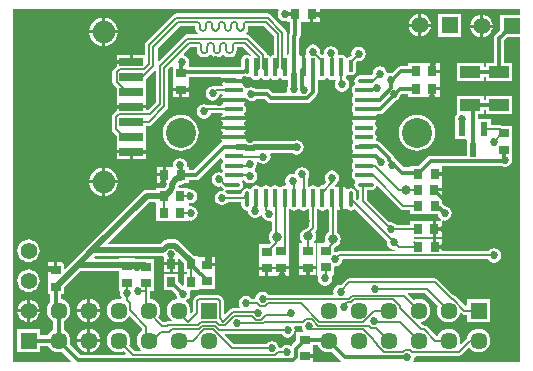
<source format=gtl>
%FSLAX25Y25*%
%MOIN*%
G70*
G01*
G75*
G04 Layer_Physical_Order=1*
G04 Layer_Color=255*
%ADD10C,0.00800*%
%ADD11O,0.01575X0.05331*%
%ADD12O,0.01575X0.06315*%
%ADD13O,0.01575X0.08874*%
%ADD14O,0.01575X0.04331*%
%ADD15O,0.05331X0.01575*%
%ADD16O,0.06315X0.01575*%
%ADD17R,0.02362X0.04724*%
%ADD18R,0.03347X0.03150*%
%ADD19R,0.03150X0.03347*%
%ADD20R,0.06890X0.03937*%
%ADD21R,0.02600X0.03300*%
%ADD22R,0.07874X0.02559*%
%ADD23C,0.00600*%
%ADD24C,0.01400*%
%ADD25C,0.02000*%
%ADD26C,0.10000*%
%ADD27C,0.05500*%
%ADD28R,0.05500X0.05500*%
%ADD29C,0.03300*%
%ADD30R,0.05500X0.05500*%
%ADD31R,0.05700X0.05700*%
%ADD32C,0.05700*%
%ADD33C,0.07480*%
%ADD34C,0.02700*%
G36*
X71773Y101509D02*
Y95170D01*
X71529Y95122D01*
X70937Y94727D01*
X70901Y94672D01*
X70401D01*
X70365Y94727D01*
X69774Y95122D01*
X69627Y95151D01*
Y95180D01*
X69519Y95726D01*
X69395Y95912D01*
X69209Y96189D01*
X69209Y96189D01*
X63789Y101609D01*
X63326Y101919D01*
X62780Y102027D01*
X62780Y102027D01*
X62607D01*
X62455Y102527D01*
X62496Y102554D01*
X63014Y103330D01*
X63196Y104245D01*
X63177D01*
Y104773D01*
X68509D01*
X71773Y101509D01*
D02*
G37*
G36*
X153874Y108550D02*
X147250D01*
Y103618D01*
X146526Y102894D01*
X146526Y102894D01*
X145643Y102011D01*
X145267Y101448D01*
X145135Y100785D01*
Y92480D01*
X142424D01*
Y91245D01*
X141713D01*
Y92480D01*
X132824D01*
Y86543D01*
X141713D01*
Y87779D01*
X142424D01*
Y86543D01*
X151313D01*
Y92480D01*
X148602D01*
Y100067D01*
X148978Y100443D01*
X148978Y100443D01*
X149585Y101050D01*
X153874D01*
Y-7174D01*
X118538D01*
X118302Y-6733D01*
X118514Y-6417D01*
X118696Y-5500D01*
X118688Y-5462D01*
X119006Y-5076D01*
X133450D01*
X133957Y-4975D01*
X134387Y-4687D01*
X136584Y-2490D01*
X137083Y-2523D01*
X137254Y-2746D01*
X138058Y-3363D01*
X138995Y-3751D01*
X140000Y-3883D01*
X141005Y-3751D01*
X141942Y-3363D01*
X142746Y-2746D01*
X143363Y-1942D01*
X143751Y-1005D01*
X143883Y0D01*
X143751Y1005D01*
X143363Y1942D01*
X142746Y2746D01*
X141942Y3363D01*
X141005Y3751D01*
X140000Y3883D01*
X138995Y3751D01*
X138058Y3363D01*
X137254Y2746D01*
X136637Y1942D01*
X136249Y1005D01*
X136237Y911D01*
X134235Y-1091D01*
X133772Y-847D01*
X133883Y0D01*
X133751Y1005D01*
X133363Y1942D01*
X132746Y2746D01*
X131942Y3363D01*
X131005Y3751D01*
X130000Y3883D01*
X128995Y3751D01*
X128058Y3363D01*
X127254Y2746D01*
X126637Y1942D01*
X126488Y1582D01*
X125920Y1500D01*
X122732Y4687D01*
X122302Y4975D01*
X121795Y5076D01*
X121496D01*
X120801Y5770D01*
X120962Y6243D01*
X121005Y6249D01*
X121942Y6637D01*
X122746Y7254D01*
X123363Y8058D01*
X123751Y8995D01*
X123883Y10000D01*
X123751Y11005D01*
X123363Y11942D01*
X122746Y12746D01*
X121942Y13363D01*
X121005Y13751D01*
X120000Y13883D01*
X118995Y13751D01*
X118379Y13496D01*
X116462Y15413D01*
X116653Y15875D01*
X122251D01*
X126504Y11621D01*
X126249Y11005D01*
X126117Y10000D01*
X126249Y8995D01*
X126637Y8058D01*
X127254Y7254D01*
X128058Y6637D01*
X128995Y6249D01*
X130000Y6117D01*
X131005Y6249D01*
X131942Y6637D01*
X132746Y7254D01*
X133363Y8058D01*
X133751Y8995D01*
X133757Y9038D01*
X134230Y9199D01*
X134366Y9063D01*
X134796Y8775D01*
X135303Y8675D01*
X136150D01*
Y6150D01*
X143850D01*
Y13850D01*
X136150D01*
Y11735D01*
X135650Y11528D01*
X132491Y14687D01*
X132061Y14975D01*
X131610Y15064D01*
X126287Y20387D01*
X125857Y20675D01*
X125350Y20775D01*
X96950D01*
X96443Y20675D01*
X96013Y20387D01*
X94268Y18643D01*
X94000Y18696D01*
X93083Y18514D01*
X92306Y17994D01*
X91786Y17217D01*
X91604Y16300D01*
X91718Y15725D01*
X91336Y15225D01*
X69941D01*
X69694Y15594D01*
X68917Y16114D01*
X68000Y16296D01*
X67083Y16114D01*
X66306Y15594D01*
X65786Y14817D01*
X65604Y13900D01*
X65543Y13826D01*
X64341D01*
X64094Y14194D01*
X63317Y14714D01*
X62400Y14896D01*
X61483Y14714D01*
X60706Y14194D01*
X60186Y13417D01*
X60004Y12500D01*
X60186Y11583D01*
X60392Y11276D01*
X60125Y10775D01*
X58071D01*
X57564Y10675D01*
X57134Y10387D01*
X55537Y8791D01*
X55076Y8982D01*
Y13223D01*
X54975Y13730D01*
X54687Y14160D01*
X54160Y14687D01*
X53730Y14975D01*
X53223Y15076D01*
X46777D01*
X46270Y14975D01*
X45840Y14687D01*
X45313Y14160D01*
X45025Y13730D01*
X44925Y13223D01*
Y9899D01*
X44291Y9265D01*
X43817Y9499D01*
X43883Y10000D01*
X43751Y11005D01*
X43363Y11942D01*
X42746Y12746D01*
X42564Y12886D01*
X42656Y13445D01*
X43283Y13864D01*
X43803Y14642D01*
X43985Y15559D01*
X43818Y16398D01*
X44049Y16898D01*
X46396D01*
X46396Y16898D01*
X46396Y16898D01*
X46396Y16898D01*
X46804Y17119D01*
X52069D01*
Y22131D01*
X52069Y22269D01*
X52069Y22269D01*
Y22631D01*
X52069D01*
X52069Y22631D01*
Y24706D01*
X49396D01*
Y25206D01*
X48896D01*
Y27781D01*
X46723D01*
X46396Y28145D01*
Y28300D01*
X45056D01*
X40264Y33092D01*
X39602Y33534D01*
X38822Y33689D01*
X36378D01*
X35598Y33534D01*
X34936Y33092D01*
X33955Y32111D01*
X16804D01*
X16613Y32573D01*
X30301Y46261D01*
X32116D01*
X32469Y45907D01*
Y45732D01*
X32469Y45627D01*
X32469Y45627D01*
X32469D01*
X32569Y45273D01*
Y45273D01*
X32569Y44778D01*
Y39927D01*
X37581D01*
X37719Y39927D01*
X37900D01*
X38081D01*
X38219Y39927D01*
X43231D01*
Y39927D01*
X43457Y40112D01*
X44000Y40004D01*
X44917Y40186D01*
X45694Y40706D01*
X46214Y41483D01*
X46396Y42400D01*
X46214Y43317D01*
X45694Y44094D01*
X44917Y44614D01*
X44000Y44796D01*
X43617Y44720D01*
X43405Y44894D01*
X43379Y45475D01*
X43642Y45735D01*
X43800Y45704D01*
X44717Y45886D01*
X45494Y46406D01*
X46014Y47183D01*
X46196Y48100D01*
X46014Y49017D01*
X45494Y49794D01*
X44717Y50314D01*
X43800Y50496D01*
X43517Y50440D01*
X43131Y50757D01*
Y50973D01*
X40034D01*
X39891Y51473D01*
X39900Y51483D01*
X40113Y51801D01*
X40323Y52011D01*
X40794D01*
X41574Y52166D01*
X42205Y52587D01*
X43370D01*
Y53527D01*
X45861D01*
X46524Y53659D01*
X47086Y54035D01*
X53803Y60752D01*
X54362Y60604D01*
X54674Y60137D01*
X54728Y60101D01*
Y59601D01*
X54674Y59565D01*
X54278Y58974D01*
X54140Y58276D01*
X54278Y57579D01*
X54674Y56988D01*
X54728Y56952D01*
Y56452D01*
X54674Y56415D01*
X54347Y55927D01*
X53500Y56096D01*
X52583Y55914D01*
X51806Y55394D01*
X51286Y54617D01*
X51104Y53700D01*
X51286Y52783D01*
X51806Y52006D01*
X52583Y51486D01*
X53500Y51304D01*
X54102Y51424D01*
X54344Y51181D01*
X54674Y50688D01*
X55137Y50379D01*
X54941Y49908D01*
X54500Y49996D01*
X53583Y49814D01*
X52806Y49294D01*
X52286Y48517D01*
X52104Y47600D01*
X52286Y46683D01*
X52806Y45906D01*
X53583Y45386D01*
X54500Y45204D01*
X55417Y45386D01*
X56194Y45906D01*
X56441Y46275D01*
X60955D01*
Y45162D01*
X61093Y44465D01*
X61488Y43874D01*
X62080Y43479D01*
X62777Y43340D01*
X62801Y43345D01*
X63104Y43300D01*
X63286Y42383D01*
X63806Y41606D01*
X64583Y41086D01*
X65500Y40904D01*
X66417Y41086D01*
X67194Y41606D01*
X67347Y41834D01*
X67878Y41728D01*
X67936Y41433D01*
X68456Y40656D01*
X69233Y40136D01*
X70150Y39954D01*
X70574Y40038D01*
X71074Y39628D01*
Y36693D01*
X70810Y36490D01*
X70385Y35936D01*
X70118Y35292D01*
X70027Y34600D01*
X70118Y33908D01*
X70385Y33264D01*
X70710Y32840D01*
X70100Y32231D01*
X66727D01*
Y27219D01*
X66727Y27081D01*
Y26900D01*
Y26719D01*
X66727Y26581D01*
Y24644D01*
X69400D01*
Y24144D01*
X69900D01*
Y21569D01*
X72073D01*
Y21669D01*
X73800D01*
Y24244D01*
X74300D01*
Y24744D01*
X76973D01*
Y26681D01*
X76973Y26819D01*
Y27000D01*
Y27181D01*
X76973Y27319D01*
Y32331D01*
X76701D01*
Y43775D01*
X77201Y43927D01*
X77237Y43874D01*
X77828Y43479D01*
X78525Y43340D01*
X79223Y43479D01*
X79814Y43874D01*
X79850Y43928D01*
X80350D01*
X80386Y43874D01*
X80977Y43479D01*
X81675Y43340D01*
X82372Y43479D01*
X82964Y43874D01*
X82999Y43927D01*
X83499Y43775D01*
Y38149D01*
X82650Y37301D01*
X82508Y37282D01*
X81864Y37015D01*
X81310Y36590D01*
X80885Y36036D01*
X80618Y35392D01*
X80527Y34700D01*
X80618Y34008D01*
X80885Y33364D01*
X81217Y32931D01*
X81077Y32530D01*
X80996Y32431D01*
X80327D01*
Y27419D01*
X80327Y27281D01*
Y27100D01*
Y26919D01*
X80327Y26781D01*
Y24844D01*
X85673D01*
Y26781D01*
X85673Y26919D01*
Y27100D01*
Y27281D01*
X85673Y27419D01*
Y32431D01*
X85357D01*
X85183Y32931D01*
X85515Y33364D01*
X85782Y34008D01*
X85873Y34700D01*
X85782Y35392D01*
X85515Y36036D01*
X85350Y36251D01*
X85762Y36663D01*
X86049Y37093D01*
X86150Y37600D01*
Y43775D01*
X86650Y43927D01*
X86685Y43874D01*
X87277Y43479D01*
X87974Y43340D01*
X88671Y43479D01*
X89263Y43874D01*
X89763Y43894D01*
X90124Y43562D01*
Y36240D01*
X90064Y36215D01*
X89510Y35790D01*
X89085Y35236D01*
X88818Y34592D01*
X88727Y33900D01*
X88818Y33208D01*
X88892Y33031D01*
X88558Y32531D01*
X86327D01*
Y27381D01*
X86327D01*
Y27019D01*
X86327D01*
Y21869D01*
X86327Y21869D01*
X86327D01*
X86537Y21369D01*
X86404Y20700D01*
X86586Y19783D01*
X87106Y19006D01*
X87883Y18486D01*
X88800Y18304D01*
X89717Y18486D01*
X90494Y19006D01*
X91014Y19783D01*
X91196Y20700D01*
X91063Y21369D01*
X91401Y21869D01*
X91673D01*
Y24534D01*
X92060Y24852D01*
X92300Y24804D01*
X93217Y24986D01*
X93994Y25506D01*
X94514Y26283D01*
X94671Y27075D01*
X143259D01*
X143506Y26706D01*
X144283Y26186D01*
X145200Y26004D01*
X146117Y26186D01*
X146894Y26706D01*
X147414Y27483D01*
X147596Y28400D01*
X147414Y29317D01*
X146894Y30094D01*
X146117Y30614D01*
X145200Y30796D01*
X144283Y30614D01*
X143506Y30094D01*
X143259Y29726D01*
X127968D01*
Y30686D01*
X125393D01*
Y31186D01*
X124893D01*
Y33859D01*
X122818D01*
Y33859D01*
X122456D01*
Y33859D01*
X118972D01*
X118874Y33925D01*
X118431Y34013D01*
X118481Y34513D01*
X122218D01*
X122356Y34513D01*
X122537D01*
X122718D01*
X122856Y34513D01*
X124793D01*
Y37186D01*
Y39859D01*
X122856D01*
X122718Y39859D01*
X122537D01*
X122356D01*
X122218Y39859D01*
X117206D01*
Y38511D01*
X112583D01*
X112394Y38794D01*
X111617Y39314D01*
X110700Y39496D01*
X110265Y39410D01*
X102685Y46989D01*
Y50155D01*
X104238D01*
X104935Y50293D01*
X105526Y50688D01*
X105921Y51280D01*
X105938Y51364D01*
X106417Y51509D01*
X113963Y43963D01*
X114393Y43675D01*
X114900Y43575D01*
X117269D01*
Y42227D01*
X122281D01*
X122419Y42227D01*
X122600D01*
X122781D01*
X122919Y42227D01*
X126338D01*
X126486Y41483D01*
X127006Y40706D01*
X127524Y40359D01*
X127373Y39859D01*
X125793D01*
Y37686D01*
X127868D01*
Y39660D01*
X128273Y40089D01*
X128700Y40004D01*
X129617Y40186D01*
X130394Y40706D01*
X130914Y41483D01*
X131096Y42400D01*
X130914Y43317D01*
X130394Y44094D01*
X129617Y44614D01*
X128769Y44782D01*
X127931Y45621D01*
Y47168D01*
X127931Y47442D01*
Y47573D01*
X127831Y48032D01*
Y48073D01*
Y49800D01*
X125256D01*
Y50800D01*
X127831D01*
Y52927D01*
X127931D01*
Y55100D01*
X125356D01*
Y56100D01*
X127931D01*
Y58161D01*
X147771D01*
X147883Y58086D01*
X148800Y57904D01*
X149717Y58086D01*
X150494Y58606D01*
X151014Y59383D01*
X151196Y60300D01*
X151104Y60763D01*
X151273Y60969D01*
X151273D01*
Y66119D01*
X151273D01*
Y66481D01*
X151273D01*
Y71631D01*
X147875D01*
X147520Y71868D01*
X147013Y71969D01*
X144121D01*
Y74006D01*
X139933D01*
Y75520D01*
X141713D01*
Y76755D01*
X142424D01*
Y75520D01*
X151313D01*
Y81457D01*
X142424D01*
Y80221D01*
X141713D01*
Y81457D01*
X132824D01*
Y75606D01*
X132806Y75594D01*
X132286Y74817D01*
X132104Y73900D01*
X132279Y73021D01*
Y67281D01*
X135686D01*
X136019Y66919D01*
Y61628D01*
X124139D01*
X124139Y61628D01*
X123475Y61496D01*
X122913Y61120D01*
X120066Y58273D01*
X117269D01*
Y57872D01*
X117100Y57733D01*
X115062D01*
X113547Y59248D01*
X113514Y59417D01*
X112994Y60194D01*
X112217Y60714D01*
X112048Y60747D01*
X111955Y60840D01*
X111851Y61361D01*
X111476Y61923D01*
X107465Y65934D01*
X106903Y66309D01*
X106240Y66441D01*
X106060D01*
X105824Y66882D01*
X105921Y67028D01*
X106060Y67725D01*
X105921Y68423D01*
X105526Y69014D01*
X105472Y69050D01*
Y69550D01*
X105526Y69586D01*
X105921Y70177D01*
X106060Y70875D01*
X105921Y71572D01*
X105526Y72163D01*
X105472Y72200D01*
Y72700D01*
X105526Y72736D01*
X105921Y73327D01*
X105961Y73524D01*
X97775D01*
X97814Y73327D01*
X98209Y72736D01*
X98263Y72700D01*
Y72200D01*
X98209Y72163D01*
X97814Y71572D01*
X97675Y70875D01*
X97814Y70177D01*
X98209Y69586D01*
X98263Y69550D01*
Y69050D01*
X98209Y69014D01*
X97814Y68423D01*
X97675Y67725D01*
X97814Y67028D01*
X98209Y66436D01*
X98263Y66400D01*
Y65900D01*
X98209Y65864D01*
X97814Y65273D01*
X97675Y64576D01*
X97814Y63878D01*
X98209Y63287D01*
X98263Y63251D01*
Y62751D01*
X98209Y62715D01*
X97814Y62123D01*
X97775Y61926D01*
X101868D01*
Y60926D01*
X97775D01*
X97814Y60729D01*
X98209Y60137D01*
X98263Y60101D01*
Y59601D01*
X98209Y59565D01*
X97814Y58974D01*
X97675Y58276D01*
X97814Y57579D01*
X98209Y56988D01*
X98263Y56952D01*
Y56452D01*
X98209Y56415D01*
X97814Y55824D01*
X97675Y55127D01*
X97814Y54429D01*
X98209Y53838D01*
X98800Y53443D01*
X98951Y52903D01*
X98798Y52675D01*
X98659Y51977D01*
X98798Y51280D01*
X99193Y50688D01*
X99784Y50293D01*
X100034Y50244D01*
Y47111D01*
X99572Y46920D01*
X99245Y47247D01*
Y48918D01*
X99107Y49615D01*
X98712Y50207D01*
X98120Y50602D01*
X97423Y50740D01*
X96725Y50602D01*
X96497Y50449D01*
X95957Y50600D01*
X95562Y51191D01*
X94971Y51586D01*
X94773Y51625D01*
Y47532D01*
Y43439D01*
X94971Y43479D01*
X95542Y43860D01*
X95674Y43928D01*
X96098D01*
X96134Y43874D01*
X96725Y43479D01*
X97423Y43340D01*
X98120Y43479D01*
X98712Y43874D01*
X98856Y43888D01*
X109510Y33233D01*
X109404Y32700D01*
X109586Y31783D01*
X110106Y31006D01*
X110883Y30486D01*
X111800Y30304D01*
X112046Y30353D01*
X112162Y30226D01*
X111942Y29726D01*
X93500D01*
X92993Y29625D01*
X92801Y29496D01*
X92300Y29596D01*
X92060Y29548D01*
X91673Y29865D01*
Y30755D01*
X92339Y31421D01*
X92736Y31585D01*
X93290Y32010D01*
X93715Y32564D01*
X93982Y33208D01*
X94073Y33900D01*
X93982Y34592D01*
X93715Y35236D01*
X93290Y35790D01*
X92775Y36185D01*
Y43412D01*
X93275Y43679D01*
X93576Y43479D01*
X93773Y43439D01*
Y47532D01*
Y51625D01*
X93576Y51586D01*
X93005Y51205D01*
X92873Y51137D01*
X92524D01*
X92392Y51205D01*
X92230Y51313D01*
X92137Y51928D01*
X92345Y52239D01*
X92894Y52606D01*
X93414Y53383D01*
X93596Y54300D01*
X93414Y55217D01*
X92894Y55994D01*
X92117Y56514D01*
X91200Y56696D01*
X90283Y56514D01*
X89506Y55994D01*
X88986Y55217D01*
X88804Y54300D01*
X88986Y53383D01*
X89330Y52869D01*
X88150Y51690D01*
X87974Y51725D01*
X87277Y51586D01*
X86705Y51205D01*
X86573Y51137D01*
X86225D01*
X86093Y51205D01*
X85522Y51586D01*
X84824Y51725D01*
X84127Y51586D01*
X83536Y51191D01*
X83500Y51138D01*
X83000Y51290D01*
Y53864D01*
X83414Y54483D01*
X83596Y55400D01*
X83414Y56317D01*
X82894Y57094D01*
X82117Y57614D01*
X81200Y57796D01*
X80283Y57614D01*
X79506Y57094D01*
X78986Y56317D01*
X78811Y55435D01*
X78000Y55596D01*
X77083Y55414D01*
X76306Y54894D01*
X75786Y54117D01*
X75604Y53200D01*
X75786Y52283D01*
X75887Y52133D01*
X75586Y51683D01*
X75376Y51725D01*
X74678Y51586D01*
X74087Y51191D01*
X74051Y51137D01*
X73551D01*
X73515Y51191D01*
X72923Y51586D01*
X72226Y51725D01*
X71529Y51586D01*
X70957Y51204D01*
X70825Y51137D01*
X70477D01*
X70345Y51204D01*
X69774Y51586D01*
X69076Y51725D01*
X68379Y51586D01*
X67808Y51205D01*
X67676Y51137D01*
X67327D01*
X67195Y51205D01*
X66624Y51586D01*
X65927Y51725D01*
X65229Y51586D01*
X64638Y51191D01*
X64243Y50600D01*
X63703Y50449D01*
X63475Y50602D01*
X62777Y50740D01*
X62080Y50602D01*
X61488Y50207D01*
X61093Y49615D01*
X60956Y48926D01*
X56441D01*
X56194Y49294D01*
X55545Y49728D01*
X55740Y50199D01*
X55962Y50155D01*
X59718D01*
X60416Y50293D01*
X61007Y50688D01*
X61402Y51280D01*
X61541Y51977D01*
X61402Y52675D01*
X61249Y52903D01*
X61381Y53374D01*
X61462Y53485D01*
X61484Y53500D01*
X61975Y53402D01*
X62106Y53206D01*
X62883Y52686D01*
X63800Y52504D01*
X64717Y52686D01*
X65494Y53206D01*
X66014Y53983D01*
X66196Y54900D01*
X66014Y55817D01*
X65494Y56594D01*
X65361Y56683D01*
Y57183D01*
X65394Y57206D01*
X65914Y57983D01*
X66096Y58900D01*
X66012Y59325D01*
X66111Y59446D01*
X66606Y59606D01*
X67383Y59086D01*
X68300Y58904D01*
X69217Y59086D01*
X69994Y59606D01*
X70514Y60383D01*
X70696Y61300D01*
X70584Y61861D01*
X70973Y62361D01*
X78222D01*
X78483Y62186D01*
X79400Y62004D01*
X80317Y62186D01*
X81094Y62706D01*
X81614Y63483D01*
X81796Y64400D01*
X81614Y65317D01*
X81094Y66094D01*
X80317Y66614D01*
X79400Y66796D01*
X78483Y66614D01*
X78222Y66439D01*
X65072D01*
X64821Y66389D01*
X62779D01*
X62586Y66428D01*
X62368Y66729D01*
X62287Y66880D01*
X62386Y67028D01*
X62425Y67225D01*
X54239D01*
X54278Y67028D01*
X54507Y66686D01*
X54511Y66250D01*
X54360Y66075D01*
X53950Y65801D01*
X45143Y56994D01*
X43370D01*
Y57934D01*
X43225D01*
X42908Y58320D01*
X42935Y58461D01*
X42753Y59378D01*
X42234Y60155D01*
X41456Y60674D01*
X40539Y60857D01*
X39623Y60674D01*
X38845Y60155D01*
X38326Y59378D01*
X38143Y58461D01*
X38175Y58303D01*
X37738Y57934D01*
X35783D01*
Y55261D01*
X35283D01*
Y54761D01*
X32709D01*
Y52587D01*
X35406D01*
X35711Y52216D01*
Y51736D01*
X35497Y51416D01*
X35426Y51059D01*
X35340Y50973D01*
X32469D01*
Y50339D01*
X29456D01*
X28675Y50184D01*
X28014Y49742D01*
X9786Y31514D01*
X4958Y26686D01*
X2235Y23963D01*
X1773Y24154D01*
Y26031D01*
X-400D01*
Y23456D01*
X-900D01*
Y22956D01*
X-3573D01*
Y20881D01*
X-3573Y20881D01*
Y20881D01*
Y20519D01*
X-3573D01*
X-3573Y20381D01*
Y15369D01*
X-2733D01*
Y12755D01*
X-2746Y12746D01*
X-3363Y11942D01*
X-3751Y11005D01*
X-3883Y10000D01*
X-3751Y8995D01*
X-3363Y8058D01*
X-2746Y7254D01*
X-1942Y6637D01*
X-1733Y6551D01*
Y3449D01*
X-1942Y3363D01*
X-2746Y2746D01*
X-3363Y1942D01*
X-3449Y1733D01*
X-6250D01*
Y3750D01*
X-13750D01*
Y-3750D01*
X-6250D01*
Y-1733D01*
X-3449D01*
X-3363Y-1942D01*
X-2746Y-2746D01*
X-1942Y-3363D01*
X-1005Y-3751D01*
X0Y-3883D01*
X1005Y-3751D01*
X1213Y-3665D01*
X4261Y-6712D01*
X4070Y-7174D01*
X-15274D01*
Y110574D01*
X73162D01*
X73398Y110133D01*
X73186Y109817D01*
X73004Y108900D01*
X73186Y107983D01*
X73706Y107206D01*
X74483Y106686D01*
X75400Y106504D01*
X75869Y106597D01*
X76369Y106227D01*
Y106227D01*
X77211D01*
Y102493D01*
X76924Y102063D01*
X76792Y101400D01*
Y95490D01*
X76302Y95218D01*
X76027Y95381D01*
Y102680D01*
X76027Y102680D01*
X75919Y103226D01*
X75609Y103689D01*
X75609Y103689D01*
X70689Y108609D01*
X70226Y108919D01*
X69680Y109027D01*
X69680Y109027D01*
X39220D01*
X39220Y109027D01*
X38674Y108919D01*
X38488Y108795D01*
X38211Y108609D01*
X38211Y108609D01*
X29191Y99589D01*
X28881Y99126D01*
X28773Y98580D01*
X28773Y98580D01*
Y95179D01*
X24800D01*
Y92900D01*
X24300D01*
Y92400D01*
X19363D01*
Y91612D01*
X18354Y90603D01*
X18044Y90140D01*
X17936Y89594D01*
X17936Y89594D01*
Y86206D01*
X17936Y86206D01*
X18044Y85660D01*
X18354Y85197D01*
X19363Y84188D01*
Y80620D01*
X19363D01*
Y80180D01*
X19363D01*
Y78400D01*
X29237D01*
Y80180D01*
X29237D01*
Y80620D01*
X29237D01*
Y85120D01*
X29237Y85180D01*
X29237Y85180D01*
Y85620D01*
X29237D01*
X29237Y85620D01*
Y87218D01*
X30208Y88190D01*
X30240Y88211D01*
X31646Y89617D01*
X31646Y89617D01*
X31668Y89649D01*
X31911Y89892D01*
X32373Y89701D01*
Y79391D01*
X29809Y76827D01*
X29237D01*
Y77400D01*
X19363D01*
Y76545D01*
X19160Y76409D01*
X19160Y76409D01*
X18191Y75440D01*
X17881Y74977D01*
X17773Y74431D01*
X17773Y74431D01*
Y70400D01*
X17773Y70400D01*
X17881Y69854D01*
X18191Y69391D01*
X19363Y68218D01*
Y65680D01*
X19363Y65620D01*
Y65400D01*
Y65180D01*
X19363Y65121D01*
Y63400D01*
X29237D01*
Y65121D01*
X29237Y65180D01*
Y65400D01*
Y65620D01*
X29237Y65680D01*
Y70121D01*
X29237Y70179D01*
X29237Y70179D01*
Y70621D01*
X29237D01*
X29237Y70621D01*
Y71473D01*
X30000D01*
X30000Y71473D01*
X30546Y71581D01*
X31009Y71891D01*
X36209Y77091D01*
X36519Y77554D01*
X36627Y78100D01*
X36627Y78100D01*
Y90409D01*
X37527Y91308D01*
X38027Y91101D01*
Y86719D01*
X38027Y86581D01*
Y86400D01*
Y86219D01*
X38027Y86081D01*
Y84144D01*
X43373D01*
Y86081D01*
X43373Y86219D01*
Y86400D01*
Y86581D01*
X43373Y86719D01*
Y87862D01*
X54110D01*
X54346Y87421D01*
X54278Y87320D01*
X54239Y87123D01*
X61441D01*
X61402Y87320D01*
X61335Y87421D01*
X61570Y87862D01*
X61813D01*
X62288Y87957D01*
X62777Y87859D01*
X63475Y87998D01*
X63703Y88151D01*
X64243Y88000D01*
X64638Y87409D01*
X65229Y87014D01*
X65927Y86875D01*
X66624Y87014D01*
X67195Y87396D01*
X67327Y87463D01*
X67676D01*
X67808Y87396D01*
X68379Y87014D01*
X69076Y86875D01*
X69774Y87014D01*
X70365Y87409D01*
X70401Y87463D01*
X70901D01*
X70937Y87409D01*
X71529Y87014D01*
X72226Y86875D01*
X72923Y87014D01*
X73515Y87409D01*
X73551Y87463D01*
X74051D01*
X74087Y87409D01*
X74678Y87014D01*
X75376Y86875D01*
X75986Y86997D01*
X76486Y86734D01*
Y84916D01*
X76286Y84617D01*
X76104Y83700D01*
X76207Y83183D01*
X75797Y82683D01*
X71418D01*
X70776Y83326D01*
X70213Y83701D01*
X69550Y83833D01*
X65836D01*
X65117Y84314D01*
X64200Y84496D01*
X63283Y84314D01*
X62916Y84069D01*
X62386Y84171D01*
X61991Y84762D01*
X61400Y85157D01*
X61249Y85697D01*
X61402Y85925D01*
X61441Y86123D01*
X54239D01*
X54278Y85925D01*
X54674Y85334D01*
X54687Y85325D01*
X54535Y84825D01*
X52500D01*
X51993Y84725D01*
X51939Y84689D01*
X51400Y84796D01*
X50483Y84614D01*
X49706Y84094D01*
X49186Y83317D01*
X49004Y82400D01*
X49186Y81483D01*
X49706Y80706D01*
X50483Y80186D01*
X51400Y80004D01*
X52317Y80186D01*
X53094Y80706D01*
X53614Y81483D01*
X53751Y82174D01*
X54615D01*
X54661Y82106D01*
X54674Y81612D01*
X54278Y81021D01*
X54239Y80824D01*
X58332D01*
Y79824D01*
X54239D01*
X54278Y79626D01*
X54674Y79035D01*
X54423Y78601D01*
X54305Y78475D01*
X52765D01*
X52644Y78500D01*
X49588D01*
X49417Y78614D01*
X48500Y78796D01*
X47583Y78614D01*
X46806Y78094D01*
X46286Y77317D01*
X46104Y76400D01*
X46286Y75483D01*
X46806Y74706D01*
X47583Y74186D01*
X48500Y74004D01*
X49417Y74186D01*
X50194Y74706D01*
X50714Y75483D01*
X50786Y75849D01*
X52547D01*
X52668Y75824D01*
X54539D01*
X54691Y75324D01*
X54674Y75313D01*
X54278Y74722D01*
X54239Y74524D01*
X62425D01*
X62386Y74722D01*
X61991Y75313D01*
X61937Y75349D01*
Y75849D01*
X61991Y75885D01*
X62386Y76477D01*
X62525Y77174D01*
X62386Y77871D01*
X61991Y78463D01*
X61937Y78499D01*
Y78999D01*
X61991Y79035D01*
X62386Y79626D01*
X62431Y79854D01*
X62987Y80084D01*
X63283Y79886D01*
X64200Y79704D01*
X65117Y79886D01*
X65836Y80367D01*
X68832D01*
X69474Y79724D01*
X70037Y79349D01*
X70700Y79217D01*
X70700Y79217D01*
X82898D01*
X83561Y79349D01*
X84123Y79724D01*
X85926Y81527D01*
X86301Y82089D01*
X86433Y82752D01*
Y86976D01*
X86933Y87243D01*
X87277Y87014D01*
X87974Y86875D01*
X88671Y87014D01*
X89263Y87409D01*
X89299Y87463D01*
X89799D01*
X89835Y87409D01*
X90426Y87014D01*
X91124Y86875D01*
X91821Y87014D01*
X92073Y87182D01*
X92557Y87008D01*
X92619Y86815D01*
X92286Y86317D01*
X92104Y85400D01*
X92286Y84483D01*
X92806Y83706D01*
X93583Y83186D01*
X94500Y83004D01*
X95417Y83186D01*
X96194Y83706D01*
X96714Y84483D01*
X96896Y85400D01*
X96714Y86317D01*
X96194Y87094D01*
X95906Y87287D01*
X95808Y87778D01*
X95957Y88000D01*
X96029Y88362D01*
X96584Y88592D01*
X96725Y88498D01*
X97423Y88359D01*
X98120Y88498D01*
X98712Y88893D01*
X99107Y89485D01*
X99245Y90182D01*
Y92849D01*
X99617Y93180D01*
X100000Y93104D01*
X100917Y93286D01*
X101694Y93806D01*
X102214Y94583D01*
X102396Y95500D01*
X102214Y96417D01*
X101694Y97194D01*
X100917Y97714D01*
X100000Y97896D01*
X99083Y97714D01*
X98306Y97194D01*
X97786Y96417D01*
X97604Y95500D01*
X97677Y95133D01*
X97348Y94745D01*
X96725Y94621D01*
X96354Y94373D01*
X96122Y94234D01*
X95714Y94498D01*
X95562Y94727D01*
X94971Y95122D01*
X94273Y95260D01*
X93576Y95122D01*
X93570Y95118D01*
X93120Y95418D01*
X93196Y95800D01*
X93014Y96717D01*
X92494Y97494D01*
X91717Y98014D01*
X90800Y98196D01*
X89883Y98014D01*
X89106Y97494D01*
X88586Y96717D01*
X88404Y95800D01*
X88411Y95762D01*
X88054Y95346D01*
X87635Y95340D01*
X87110Y95865D01*
X87196Y96300D01*
X87014Y97217D01*
X86494Y97994D01*
X85717Y98514D01*
X84800Y98696D01*
X83883Y98514D01*
X83106Y97994D01*
X82586Y97217D01*
X82404Y96300D01*
X82552Y95557D01*
X82207Y95188D01*
X82175Y95172D01*
Y91068D01*
X81175D01*
Y95161D01*
X80977Y95122D01*
X80759Y94975D01*
X80259Y95243D01*
Y100726D01*
X80546Y101156D01*
X80677Y101819D01*
X80677Y101819D01*
Y106227D01*
X81519D01*
Y106227D01*
X81881D01*
Y106227D01*
X83956D01*
Y108900D01*
X84456D01*
Y109400D01*
X87031D01*
Y110574D01*
X153874D01*
Y108550D01*
D02*
G37*
G36*
X45623Y104245D02*
X45604D01*
X45786Y103330D01*
X46304Y102554D01*
X46345Y102527D01*
X46193Y102027D01*
X42820D01*
X42820Y102027D01*
X42274Y101919D01*
X42088Y101795D01*
X41811Y101609D01*
X41811Y101609D01*
X33489Y93288D01*
X33027Y93479D01*
Y97409D01*
X40391Y104773D01*
X45623D01*
Y104245D01*
D02*
G37*
G36*
X35300Y27738D02*
Y26150D01*
X39900D01*
Y27035D01*
X40362Y27226D01*
X41796Y25792D01*
Y23000D01*
X42771D01*
Y22198D01*
X41796D01*
Y18510D01*
X41296Y18303D01*
X39900Y19699D01*
Y22198D01*
X35300D01*
Y16898D01*
X37799D01*
X39207Y15490D01*
X39375Y14642D01*
X39629Y14263D01*
X39422Y13807D01*
X38995Y13751D01*
X38058Y13363D01*
X37254Y12746D01*
X36637Y11942D01*
X36249Y11005D01*
X36117Y10000D01*
X36249Y8995D01*
X36637Y8058D01*
X37254Y7254D01*
X37748Y6876D01*
X37578Y6375D01*
X36200D01*
X35948Y6325D01*
X34949D01*
X33299Y7975D01*
X33363Y8058D01*
X33751Y8995D01*
X33883Y10000D01*
X33751Y11005D01*
X33363Y11942D01*
X32746Y12746D01*
X31942Y13363D01*
X31005Y13751D01*
X30626Y13801D01*
Y16569D01*
X31973D01*
Y21719D01*
X31973D01*
Y22081D01*
X31973D01*
Y27231D01*
X28976D01*
X28712Y27283D01*
X25373D01*
Y27431D01*
X20027D01*
Y27283D01*
X12154D01*
X11939Y27768D01*
X12151Y28033D01*
X34800D01*
X34914Y28055D01*
X35300Y27738D01*
D02*
G37*
G36*
X20027Y22281D02*
X20027D01*
Y21919D01*
X20027D01*
Y16769D01*
X20163D01*
X20480Y16383D01*
X20404Y16000D01*
X20586Y15083D01*
X21030Y14420D01*
X21013Y14221D01*
X20552Y13811D01*
X20000Y13883D01*
X18995Y13751D01*
X18058Y13363D01*
X17254Y12746D01*
X16637Y11942D01*
X16249Y11005D01*
X16117Y10000D01*
X16249Y8995D01*
X16637Y8058D01*
X17254Y7254D01*
X18058Y6637D01*
X18995Y6249D01*
X20000Y6117D01*
X21005Y6249D01*
X21942Y6637D01*
X22746Y7254D01*
X23299Y7975D01*
X23858Y8122D01*
X27975Y4006D01*
Y3299D01*
X27254Y2746D01*
X26637Y1942D01*
X26249Y1005D01*
X26117Y0D01*
X26249Y-1005D01*
X26637Y-1942D01*
X27254Y-2746D01*
X27617Y-3025D01*
X27448Y-3525D01*
X25399D01*
X23496Y-1621D01*
X23751Y-1005D01*
X23883Y0D01*
X23751Y1005D01*
X23363Y1942D01*
X22746Y2746D01*
X21942Y3363D01*
X21005Y3751D01*
X20000Y3883D01*
X18995Y3751D01*
X18058Y3363D01*
X17254Y2746D01*
X16637Y1942D01*
X16249Y1005D01*
X16117Y0D01*
X16249Y-1005D01*
X16637Y-1942D01*
X17254Y-2746D01*
X18058Y-3363D01*
X18995Y-3751D01*
X20000Y-3883D01*
X21005Y-3751D01*
X21621Y-3496D01*
X22430Y-4305D01*
X22239Y-4767D01*
X7218D01*
X3665Y-1213D01*
X3751Y-1005D01*
X3883Y0D01*
X3751Y1005D01*
X3363Y1942D01*
X2746Y2746D01*
X1942Y3363D01*
X1733Y3449D01*
Y6551D01*
X1942Y6637D01*
X2746Y7254D01*
X3363Y8058D01*
X3751Y8995D01*
X3883Y10000D01*
X3751Y11005D01*
X3363Y11942D01*
X2746Y12746D01*
X1942Y13363D01*
X1005Y13751D01*
X733Y13787D01*
Y15369D01*
X1773D01*
Y17733D01*
X7245Y23205D01*
X20027D01*
Y22281D01*
D02*
G37*
G36*
X61933Y97448D02*
X61933Y97448D01*
X63291Y96091D01*
X63291Y96091D01*
X64029Y95353D01*
X63710Y94964D01*
X63475Y95122D01*
X62777Y95260D01*
X62080Y95122D01*
X61488Y94726D01*
X61093Y94135D01*
X60955Y93438D01*
Y91329D01*
X43542D01*
X43388Y91797D01*
X43404Y91868D01*
X43414Y91883D01*
X43596Y92800D01*
X43414Y93717D01*
X42894Y94494D01*
X42117Y95014D01*
X41899Y95057D01*
X41754Y95535D01*
X43991Y97773D01*
X46123D01*
Y96745D01*
X46104D01*
X46286Y95830D01*
X46804Y95054D01*
X47580Y94536D01*
X48215Y94410D01*
X48227Y94407D01*
X48227Y94407D01*
X48495Y94354D01*
X48495D01*
X48498D01*
X48701D01*
X48705D01*
D01*
X48973Y94407D01*
X48973Y94407D01*
X48987Y94410D01*
X49620Y94536D01*
X50396Y95054D01*
X50450Y95136D01*
X50950D01*
X51004Y95054D01*
X51780Y94536D01*
X52415Y94410D01*
X52427Y94407D01*
X52427Y94407D01*
X52695Y94354D01*
X52695D01*
X52698D01*
X52901D01*
X52905D01*
D01*
X53173Y94407D01*
X53173Y94407D01*
X53187Y94410D01*
X53820Y94536D01*
X54596Y95054D01*
X54650Y95136D01*
X55150D01*
X55204Y95054D01*
X55980Y94536D01*
X56615Y94410D01*
X56627Y94407D01*
X56627Y94407D01*
X56895Y94354D01*
X56895D01*
X56898D01*
X57101D01*
X57105D01*
D01*
X57373Y94407D01*
X57373Y94407D01*
X57387Y94410D01*
X58020Y94536D01*
X58796Y95054D01*
X59314Y95830D01*
X59496Y96745D01*
X59477D01*
Y97773D01*
X61609D01*
X61933Y97448D01*
D02*
G37*
G36*
X81186Y3983D02*
X81622Y3331D01*
X81436Y2831D01*
X79327D01*
Y34D01*
X77801Y-1492D01*
X77577Y-1827D01*
X77217Y-1586D01*
X76300Y-1404D01*
X75383Y-1586D01*
X74606Y-2106D01*
X74359Y-2475D01*
X73471D01*
X73314Y-1683D01*
X72794Y-906D01*
X72017Y-386D01*
X71100Y-204D01*
X70183Y-386D01*
X69406Y-906D01*
X69159Y-1275D01*
X58452D01*
X55365Y1813D01*
X55557Y2275D01*
X74326D01*
X74706Y1706D01*
X75483Y1186D01*
X76400Y1004D01*
X77317Y1186D01*
X78094Y1706D01*
X78614Y2483D01*
X78796Y3400D01*
X78614Y4317D01*
X78536Y4434D01*
X78771Y4874D01*
X81009D01*
X81186Y3983D01*
D02*
G37*
G36*
X86637Y-1942D02*
X87254Y-2746D01*
X88058Y-3363D01*
X88995Y-3751D01*
X90000Y-3883D01*
X91005Y-3751D01*
X91213Y-3665D01*
X94223Y-6674D01*
X94192Y-6887D01*
X94046Y-7174D01*
X84673D01*
Y-5756D01*
X82000D01*
Y-4756D01*
X84673D01*
Y-2681D01*
X84673Y-2681D01*
Y-2681D01*
Y-2319D01*
X84673D01*
X84673Y-2181D01*
Y-1477D01*
X86445D01*
X86637Y-1942D01*
D02*
G37*
%LPC*%
G36*
X85673Y23844D02*
X83500D01*
Y21769D01*
X85673D01*
Y23844D01*
D02*
G37*
G36*
X37100Y25150D02*
X35300D01*
Y23000D01*
X37100D01*
Y25150D01*
D02*
G37*
G36*
X82500Y23844D02*
X80327D01*
Y21769D01*
X82500D01*
Y23844D01*
D02*
G37*
G36*
X68900Y23644D02*
X66727D01*
Y21569D01*
X68900D01*
Y23644D01*
D02*
G37*
G36*
X76973Y23744D02*
X74800D01*
Y21669D01*
X76973D01*
Y23744D01*
D02*
G37*
G36*
X39900Y25150D02*
X38100D01*
Y23000D01*
X39900D01*
Y25150D01*
D02*
G37*
G36*
X127968Y33859D02*
X125893D01*
Y31686D01*
X127968D01*
Y33859D01*
D02*
G37*
G36*
X127868Y36686D02*
X125793D01*
Y34513D01*
X127868D01*
Y36686D01*
D02*
G37*
G36*
X14509Y52400D02*
X10293D01*
X10390Y51663D01*
X10868Y50510D01*
X11628Y49519D01*
X12618Y48759D01*
X13771Y48282D01*
X14509Y48185D01*
Y52400D01*
D02*
G37*
G36*
X-1400Y26031D02*
X-3573D01*
Y23956D01*
X-1400D01*
Y26031D01*
D02*
G37*
G36*
X49896Y27781D02*
Y25706D01*
X52069D01*
Y27781D01*
X49896D01*
D02*
G37*
G36*
X-10000Y33782D02*
X-10979Y33654D01*
X-11891Y33276D01*
X-12675Y32675D01*
X-13276Y31891D01*
X-13654Y30979D01*
X-13782Y30000D01*
X-13654Y29021D01*
X-13276Y28109D01*
X-12675Y27325D01*
X-11891Y26724D01*
X-10979Y26346D01*
X-10000Y26218D01*
X-9021Y26346D01*
X-8109Y26724D01*
X-7326Y27325D01*
X-6724Y28109D01*
X-6346Y29021D01*
X-6218Y30000D01*
X-6346Y30979D01*
X-6724Y31891D01*
X-7326Y32675D01*
X-8109Y33276D01*
X-9021Y33654D01*
X-10000Y33782D01*
D02*
G37*
G36*
X-6284Y9500D02*
X-9500D01*
Y6284D01*
X-9021Y6346D01*
X-8109Y6724D01*
X-7326Y7326D01*
X-6724Y8109D01*
X-6346Y9021D01*
X-6284Y9500D01*
D02*
G37*
G36*
X-10500Y13716D02*
X-10979Y13654D01*
X-11891Y13276D01*
X-12675Y12675D01*
X-13276Y11891D01*
X-13654Y10979D01*
X-13716Y10500D01*
X-10500D01*
Y13716D01*
D02*
G37*
G36*
X-9500D02*
Y10500D01*
X-6284D01*
X-6346Y10979D01*
X-6724Y11891D01*
X-7326Y12675D01*
X-8109Y13276D01*
X-9021Y13654D01*
X-9500Y13716D01*
D02*
G37*
G36*
X9500Y9500D02*
X6183D01*
X6249Y8995D01*
X6637Y8058D01*
X7254Y7254D01*
X8058Y6637D01*
X8995Y6249D01*
X9500Y6183D01*
Y9500D01*
D02*
G37*
G36*
X13817D02*
X10500D01*
Y6183D01*
X11005Y6249D01*
X11942Y6637D01*
X12746Y7254D01*
X13363Y8058D01*
X13751Y8995D01*
X13817Y9500D01*
D02*
G37*
G36*
X-10500D02*
X-13716D01*
X-13654Y9021D01*
X-13276Y8109D01*
X-12675Y7326D01*
X-11891Y6724D01*
X-10979Y6346D01*
X-10500Y6284D01*
Y9500D01*
D02*
G37*
G36*
X9500Y13817D02*
X8995Y13751D01*
X8058Y13363D01*
X7254Y12746D01*
X6637Y11942D01*
X6249Y11005D01*
X6183Y10500D01*
X9500D01*
Y13817D01*
D02*
G37*
G36*
X13817Y-500D02*
X10500D01*
Y-3817D01*
X11005Y-3751D01*
X11942Y-3363D01*
X12746Y-2746D01*
X13363Y-1942D01*
X13751Y-1005D01*
X13817Y-500D01*
D02*
G37*
G36*
X9500D02*
X6183D01*
X6249Y-1005D01*
X6637Y-1942D01*
X7254Y-2746D01*
X8058Y-3363D01*
X8995Y-3751D01*
X9500Y-3817D01*
Y-500D01*
D02*
G37*
G36*
X-10000Y23782D02*
X-10979Y23653D01*
X-11891Y23276D01*
X-12675Y22674D01*
X-13276Y21891D01*
X-13654Y20979D01*
X-13782Y20000D01*
X-13654Y19021D01*
X-13276Y18109D01*
X-12675Y17325D01*
X-11891Y16724D01*
X-10979Y16346D01*
X-10000Y16218D01*
X-9021Y16346D01*
X-8109Y16724D01*
X-7326Y17325D01*
X-6724Y18109D01*
X-6346Y19021D01*
X-6218Y20000D01*
X-6346Y20979D01*
X-6724Y21891D01*
X-7326Y22674D01*
X-8109Y23276D01*
X-9021Y23653D01*
X-10000Y23782D01*
D02*
G37*
G36*
X10500Y13817D02*
Y10500D01*
X13817D01*
X13751Y11005D01*
X13363Y11942D01*
X12746Y12746D01*
X11942Y13363D01*
X11005Y13751D01*
X10500Y13817D01*
D02*
G37*
G36*
Y3817D02*
Y500D01*
X13817D01*
X13751Y1005D01*
X13363Y1942D01*
X12746Y2746D01*
X11942Y3363D01*
X11005Y3751D01*
X10500Y3817D01*
D02*
G37*
G36*
X9500D02*
X8995Y3751D01*
X8058Y3363D01*
X7254Y2746D01*
X6637Y1942D01*
X6249Y1005D01*
X6183Y500D01*
X9500D01*
Y3817D01*
D02*
G37*
G36*
X19724Y52400D02*
X15509D01*
Y48185D01*
X16246Y48282D01*
X17399Y48759D01*
X18389Y49519D01*
X19149Y50510D01*
X19627Y51663D01*
X19724Y52400D01*
D02*
G37*
G36*
X134134Y108850D02*
X126634D01*
Y101350D01*
X134134D01*
Y108850D01*
D02*
G37*
G36*
X119884Y104600D02*
X116667D01*
X116730Y104121D01*
X117108Y103209D01*
X117709Y102426D01*
X118492Y101824D01*
X119404Y101446D01*
X119884Y101383D01*
Y104600D01*
D02*
G37*
G36*
X124100D02*
X120884D01*
Y101383D01*
X121362Y101446D01*
X122275Y101824D01*
X123058Y102426D01*
X123659Y103209D01*
X124037Y104121D01*
X124100Y104600D01*
D02*
G37*
G36*
X144717Y104300D02*
X141500D01*
Y101084D01*
X141979Y101146D01*
X142891Y101524D01*
X143675Y102126D01*
X144276Y102909D01*
X144653Y103821D01*
X144717Y104300D01*
D02*
G37*
G36*
X14509Y102400D02*
X10293D01*
X10390Y101663D01*
X10868Y100510D01*
X11628Y99519D01*
X12618Y98760D01*
X13771Y98282D01*
X14509Y98185D01*
Y102400D01*
D02*
G37*
G36*
X19724D02*
X15509D01*
Y98185D01*
X16246Y98282D01*
X17399Y98760D01*
X18389Y99519D01*
X19149Y100510D01*
X19627Y101663D01*
X19724Y102400D01*
D02*
G37*
G36*
X140500Y104300D02*
X137284D01*
X137346Y103821D01*
X137724Y102909D01*
X138326Y102126D01*
X139109Y101524D01*
X140021Y101146D01*
X140500Y101084D01*
Y104300D01*
D02*
G37*
G36*
X119884Y108817D02*
X119404Y108754D01*
X118492Y108376D01*
X117709Y107774D01*
X117108Y106991D01*
X116730Y106079D01*
X116667Y105600D01*
X119884D01*
Y108817D01*
D02*
G37*
G36*
X120884D02*
Y105600D01*
X124100D01*
X124037Y106079D01*
X123659Y106991D01*
X123058Y107774D01*
X122275Y108376D01*
X121362Y108754D01*
X120884Y108817D01*
D02*
G37*
G36*
X87031Y108400D02*
X84956D01*
Y106227D01*
X87031D01*
Y108400D01*
D02*
G37*
G36*
X141500Y108517D02*
Y105300D01*
X144717D01*
X144653Y105779D01*
X144276Y106691D01*
X143675Y107475D01*
X142891Y108076D01*
X141979Y108454D01*
X141500Y108517D01*
D02*
G37*
G36*
X14509Y107615D02*
X13771Y107518D01*
X12618Y107041D01*
X11628Y106281D01*
X10868Y105290D01*
X10390Y104137D01*
X10293Y103400D01*
X14509D01*
Y107615D01*
D02*
G37*
G36*
X15509D02*
Y103400D01*
X19724D01*
X19627Y104137D01*
X19149Y105290D01*
X18389Y106281D01*
X17399Y107041D01*
X16246Y107518D01*
X15509Y107615D01*
D02*
G37*
G36*
X140500Y108517D02*
X140021Y108454D01*
X139109Y108076D01*
X138326Y107475D01*
X137724Y106691D01*
X137346Y105779D01*
X137284Y105300D01*
X140500D01*
Y108517D01*
D02*
G37*
G36*
X23800Y95179D02*
X19363D01*
Y93400D01*
X23800D01*
Y95179D01*
D02*
G37*
G36*
X29237Y62400D02*
X24800D01*
Y60620D01*
X29237D01*
Y62400D01*
D02*
G37*
G36*
X40730Y75329D02*
X39554Y75213D01*
X38423Y74870D01*
X37380Y74313D01*
X36467Y73563D01*
X35717Y72650D01*
X35160Y71607D01*
X34817Y70476D01*
X34701Y69300D01*
X34817Y68124D01*
X35160Y66993D01*
X35717Y65951D01*
X36467Y65037D01*
X37380Y64287D01*
X38423Y63730D01*
X39554Y63387D01*
X40730Y63271D01*
X41906Y63387D01*
X43037Y63730D01*
X44080Y64287D01*
X44993Y65037D01*
X45743Y65951D01*
X46300Y66993D01*
X46643Y68124D01*
X46759Y69300D01*
X46643Y70476D01*
X46300Y71607D01*
X45743Y72650D01*
X44993Y73563D01*
X44080Y74313D01*
X43037Y74870D01*
X41906Y75213D01*
X40730Y75329D01*
D02*
G37*
G36*
X119470D02*
X118294Y75213D01*
X117163Y74870D01*
X116121Y74313D01*
X115207Y73563D01*
X114457Y72650D01*
X113900Y71607D01*
X113557Y70476D01*
X113441Y69300D01*
X113557Y68124D01*
X113900Y66993D01*
X114457Y65951D01*
X115207Y65037D01*
X116121Y64287D01*
X117163Y63730D01*
X118294Y63387D01*
X119470Y63271D01*
X120646Y63387D01*
X121777Y63730D01*
X122820Y64287D01*
X123733Y65037D01*
X124483Y65951D01*
X125040Y66993D01*
X125383Y68124D01*
X125499Y69300D01*
X125383Y70476D01*
X125040Y71607D01*
X124483Y72650D01*
X123733Y73563D01*
X122820Y74313D01*
X121777Y74870D01*
X120646Y75213D01*
X119470Y75329D01*
D02*
G37*
G36*
X23800Y62400D02*
X19363D01*
Y60620D01*
X23800D01*
Y62400D01*
D02*
G37*
G36*
X14509Y57615D02*
X13771Y57518D01*
X12618Y57041D01*
X11628Y56281D01*
X10868Y55291D01*
X10390Y54137D01*
X10293Y53400D01*
X14509D01*
Y57615D01*
D02*
G37*
G36*
X15509D02*
Y53400D01*
X19724D01*
X19627Y54137D01*
X19149Y55291D01*
X18389Y56281D01*
X17399Y57041D01*
X16246Y57518D01*
X15509Y57615D01*
D02*
G37*
G36*
X34784Y57934D02*
X32709D01*
Y55761D01*
X34784D01*
Y57934D01*
D02*
G37*
G36*
X127131Y83500D02*
X125056D01*
Y81327D01*
X127131D01*
Y83500D01*
D02*
G37*
G36*
X125056Y92373D02*
Y90200D01*
X127131D01*
Y92373D01*
X125056D01*
D02*
G37*
G36*
X121981Y92373D02*
X121800D01*
X121619D01*
X121481Y92373D01*
X116469D01*
Y91433D01*
X114044D01*
X113381Y91301D01*
X112819Y90926D01*
X112818Y90926D01*
X111141Y89248D01*
X110900Y89296D01*
X109983Y89114D01*
X109428Y89344D01*
X109314Y89917D01*
X108794Y90694D01*
X108017Y91214D01*
X107100Y91396D01*
X106183Y91214D01*
X105406Y90694D01*
X104886Y89917D01*
X104704Y89000D01*
X104736Y88837D01*
X104327Y88428D01*
X104238Y88445D01*
X100482D01*
X99784Y88306D01*
X99193Y87911D01*
X98798Y87320D01*
X98659Y86623D01*
X98798Y85925D01*
X98951Y85697D01*
X98800Y85157D01*
X98209Y84762D01*
X97814Y84171D01*
X97675Y83473D01*
X97814Y82776D01*
X98209Y82185D01*
X98263Y82148D01*
Y81648D01*
X98209Y81612D01*
X97814Y81021D01*
X97675Y80324D01*
X97814Y79626D01*
X98209Y79035D01*
X98263Y78999D01*
Y78499D01*
X98209Y78463D01*
X97814Y77871D01*
X97675Y77174D01*
X97814Y76477D01*
X98209Y75885D01*
X98263Y75849D01*
Y75349D01*
X98209Y75313D01*
X97814Y74722D01*
X97775Y74524D01*
X105961D01*
X105921Y74722D01*
X105758Y74967D01*
X106025Y75467D01*
X107000D01*
X107663Y75599D01*
X108226Y75974D01*
X112268Y80017D01*
X112617Y80086D01*
X113394Y80606D01*
X113914Y81383D01*
X113983Y81732D01*
X114518Y82267D01*
X116469D01*
Y81327D01*
X121481D01*
X121619Y81327D01*
X121800D01*
X121981D01*
X122119Y81327D01*
X124056D01*
Y84000D01*
X124556D01*
Y84500D01*
X127131D01*
Y86527D01*
X127131Y86673D01*
Y86850D01*
Y87027D01*
X127131Y87173D01*
Y89200D01*
X124556D01*
Y89700D01*
X124056D01*
Y92373D01*
X122119D01*
X121981Y92373D01*
D02*
G37*
G36*
X43373Y83144D02*
X41200D01*
Y81069D01*
X43373D01*
Y83144D01*
D02*
G37*
G36*
X62425Y70375D02*
X54239D01*
X54278Y70177D01*
X54674Y69586D01*
X54728Y69550D01*
Y69050D01*
X54674Y69014D01*
X54278Y68423D01*
X54239Y68225D01*
X62425D01*
X62386Y68423D01*
X61991Y69014D01*
X61937Y69050D01*
Y69550D01*
X61991Y69586D01*
X62386Y70177D01*
X62425Y70375D01*
D02*
G37*
G36*
Y73524D02*
X54239D01*
X54278Y73327D01*
X54674Y72736D01*
X54728Y72700D01*
Y72200D01*
X54674Y72163D01*
X54278Y71572D01*
X54239Y71375D01*
X62425D01*
X62386Y71572D01*
X61991Y72163D01*
X61937Y72200D01*
Y72700D01*
X61991Y72736D01*
X62386Y73327D01*
X62425Y73524D01*
D02*
G37*
G36*
X40200Y83144D02*
X38027D01*
Y81069D01*
X40200D01*
Y83144D01*
D02*
G37*
%LPD*%
D10*
X58995Y99200D02*
G03*
X58050Y98255I0J-945D01*
G01*
X57105Y95800D02*
G03*
X58050Y96745I0J945D01*
G01*
X55950D02*
G03*
X56895Y95800I945J0D01*
G01*
X55950Y98255D02*
G03*
X55005Y99200I-945J0D01*
G01*
X54795D02*
G03*
X53850Y98255I0J-945D01*
G01*
X52905Y95800D02*
G03*
X53850Y96745I0J945D01*
G01*
X51750D02*
G03*
X52695Y95800I945J0D01*
G01*
X51750Y98255D02*
G03*
X50805Y99200I-945J0D01*
G01*
X50595D02*
G03*
X49650Y98255I0J-945D01*
G01*
X48705Y95800D02*
G03*
X49650Y96745I0J945D01*
G01*
X47550D02*
G03*
X48495Y95800I945J0D01*
G01*
X47550Y98255D02*
G03*
X46605Y99200I-945J0D01*
G01*
X62695Y106200D02*
G03*
X61750Y105255I0J-945D01*
G01*
X60805Y103300D02*
G03*
X61750Y104245I0J945D01*
G01*
X59650D02*
G03*
X60595Y103300I945J0D01*
G01*
X59650Y105255D02*
G03*
X58705Y106200I-945J0D01*
G01*
X58495D02*
G03*
X57550Y105255I0J-945D01*
G01*
X56605Y103300D02*
G03*
X57550Y104245I0J945D01*
G01*
X55450D02*
G03*
X56395Y103300I945J0D01*
G01*
X55450Y105255D02*
G03*
X54505Y106200I-945J0D01*
G01*
X54295D02*
G03*
X53350Y105255I0J-945D01*
G01*
X52405Y103300D02*
G03*
X53350Y104245I0J945D01*
G01*
X51250D02*
G03*
X52195Y103300I945J0D01*
G01*
X51250Y105255D02*
G03*
X50305Y106200I-945J0D01*
G01*
X50095D02*
G03*
X49150Y105255I0J-945D01*
G01*
X48205Y103300D02*
G03*
X49150Y104245I0J945D01*
G01*
X47050D02*
G03*
X47995Y103300I945J0D01*
G01*
X47050Y105255D02*
G03*
X46105Y106200I-945J0D01*
G01*
X64300Y97100D02*
X66800Y94600D01*
X62942Y98457D02*
X64300Y97100D01*
X62200Y99200D02*
X62942Y98457D01*
X43400Y99200D02*
X44400D01*
X60150D02*
X62200D01*
X58995D02*
X60150D01*
X58050Y96745D02*
Y98255D01*
X56895Y95800D02*
X57105D01*
X55950Y96745D02*
Y98255D01*
X54795Y99200D02*
X55005D01*
X53850Y96745D02*
Y98255D01*
X52695Y95800D02*
X52905D01*
X51750Y96745D02*
Y98255D01*
X50595Y99200D02*
X50805D01*
X49650Y96745D02*
Y98255D01*
X48495Y95800D02*
X48705D01*
X47550Y96745D02*
Y98255D01*
X45450Y99200D02*
X46605D01*
X44400D02*
X45450D01*
X30200Y98580D02*
X39220Y107600D01*
X31600Y98000D02*
X39800Y106200D01*
X74600Y90843D02*
Y102680D01*
X69680Y107600D02*
X74600Y102680D01*
X73200Y91042D02*
Y102100D01*
X69100Y106200D02*
X73200Y102100D01*
X39220Y107600D02*
X69680D01*
X74600Y90843D02*
X75376Y90068D01*
X72226D02*
X73200Y91042D01*
X21700Y67900D02*
X24300D01*
X19200Y70400D02*
X21700Y67900D01*
X19200Y70400D02*
Y74431D01*
X20169Y75400D01*
X30400D01*
X33800Y78800D01*
X42820Y100600D02*
X62780D01*
X33800Y91580D02*
X42820Y100600D01*
X68200Y90944D02*
Y95180D01*
X62780Y100600D02*
X68200Y95180D01*
X66800Y90941D02*
Y94600D01*
X30000Y72900D02*
X35200Y78100D01*
X33800Y78800D02*
Y91580D01*
X35200Y78100D02*
Y91000D01*
X24300Y72900D02*
X30000D01*
X35200Y91000D02*
X43400Y99200D01*
X65927Y90068D02*
X66800Y90941D01*
X68200Y90944D02*
X69076Y90068D01*
X19363Y89594D02*
X20390Y90620D01*
X19363Y86206D02*
Y89594D01*
Y86206D02*
X22669Y82900D01*
X24300D01*
Y87900D02*
X27900D01*
X31600Y91600D02*
Y98000D01*
X30200Y92180D02*
Y98580D01*
X28651Y90620D02*
X29237Y91206D01*
Y91217D01*
X30200Y92180D01*
X27900Y87900D02*
X29221Y89220D01*
X29231D01*
X30637Y90626D01*
Y90637D01*
X31600Y91600D01*
X20390Y90620D02*
X28651D01*
X62695Y106200D02*
X62800D01*
X61750Y104245D02*
Y105255D01*
X60595Y103300D02*
X60805D01*
X59650Y104245D02*
Y105255D01*
X58495Y106200D02*
X58705D01*
X57550Y104245D02*
Y105255D01*
X56395Y103300D02*
X56605D01*
X55450Y104245D02*
Y105255D01*
X54295Y106200D02*
X54505D01*
X53350Y104245D02*
Y105255D01*
X52195Y103300D02*
X52405D01*
X51250Y104245D02*
Y105255D01*
X50095Y106200D02*
X50305D01*
X49150Y104245D02*
Y105255D01*
X47995Y103300D02*
X48205D01*
X47050Y104245D02*
Y105255D01*
X46100Y106200D02*
X46105D01*
X39800D02*
X46100D01*
X62800D02*
X69100D01*
D11*
X62777Y91560D02*
D03*
X97423Y47040D02*
D03*
X62777D02*
D03*
D12*
X65927Y91068D02*
D03*
X69076D02*
D03*
X72226D02*
D03*
X75376D02*
D03*
X81675D02*
D03*
X87974D02*
D03*
X91124D02*
D03*
X94273D02*
D03*
Y47532D02*
D03*
X91124D02*
D03*
X87974D02*
D03*
X84824D02*
D03*
X81675D02*
D03*
X78525D02*
D03*
X75376D02*
D03*
X72226D02*
D03*
X69076D02*
D03*
X65927D02*
D03*
X84824Y91068D02*
D03*
D13*
X78525Y89887D02*
D03*
D14*
X97423Y91560D02*
D03*
D15*
X102360Y86623D02*
D03*
Y51977D02*
D03*
X57840D02*
D03*
Y86623D02*
D03*
D16*
X101868Y83473D02*
D03*
Y80324D02*
D03*
Y77174D02*
D03*
Y74024D02*
D03*
Y70875D02*
D03*
Y67725D02*
D03*
Y64576D02*
D03*
Y61426D02*
D03*
Y58276D02*
D03*
Y55127D02*
D03*
X58332D02*
D03*
Y58276D02*
D03*
Y61426D02*
D03*
Y64576D02*
D03*
Y67725D02*
D03*
Y70875D02*
D03*
Y74024D02*
D03*
Y77174D02*
D03*
Y80324D02*
D03*
Y83473D02*
D03*
D17*
X138200Y63557D02*
D03*
X134460Y70643D02*
D03*
X141940D02*
D03*
D18*
X148600Y69056D02*
D03*
Y63544D02*
D03*
X29300Y24656D02*
D03*
Y19144D02*
D03*
X49396Y25206D02*
D03*
Y19694D02*
D03*
X22700Y19344D02*
D03*
Y24856D02*
D03*
X82000Y256D02*
D03*
Y-5256D02*
D03*
X-900Y17944D02*
D03*
Y23456D02*
D03*
X69400Y29656D02*
D03*
Y24144D02*
D03*
X74300Y29756D02*
D03*
Y24244D02*
D03*
X83000Y29856D02*
D03*
Y24344D02*
D03*
X89000Y29956D02*
D03*
Y24444D02*
D03*
X40700Y83644D02*
D03*
Y89156D02*
D03*
D19*
X125393Y31186D02*
D03*
X119881D02*
D03*
X125293Y37186D02*
D03*
X119781D02*
D03*
X119844Y44900D02*
D03*
X125356D02*
D03*
X119744Y50300D02*
D03*
X125256D02*
D03*
X125356Y55600D02*
D03*
X119844D02*
D03*
X124556Y89700D02*
D03*
X119044D02*
D03*
X124556Y84000D02*
D03*
X119044D02*
D03*
X84456Y108900D02*
D03*
X78944D02*
D03*
X35283Y55261D02*
D03*
X40795D02*
D03*
X40656Y42600D02*
D03*
X35144D02*
D03*
X40556Y48300D02*
D03*
X35044D02*
D03*
D20*
X137268Y89512D02*
D03*
Y78488D02*
D03*
X146869Y89512D02*
D03*
Y78488D02*
D03*
D21*
X37600Y25650D02*
D03*
X44096D02*
D03*
Y19548D02*
D03*
X37600D02*
D03*
D22*
X24300Y92900D02*
D03*
Y87900D02*
D03*
Y82900D02*
D03*
Y77900D02*
D03*
Y72900D02*
D03*
Y67900D02*
D03*
Y62900D02*
D03*
D23*
X53400Y3600D02*
X76400D01*
X76850Y8450D02*
X77500Y9100D01*
X69032Y8450D02*
X76850D01*
X88000Y49665D02*
X91200Y52865D01*
X88000Y48558D02*
Y49665D01*
X87974Y48532D02*
X88000Y48558D01*
X101868Y83473D02*
X105273D01*
X106100Y84300D01*
X101437Y86700D02*
X102360D01*
X104723Y86623D02*
X107100Y89000D01*
X102360Y86623D02*
X104723D01*
X91124Y91068D02*
Y95476D01*
X91124Y90068D02*
Y91068D01*
X90800Y95800D02*
X91124Y95476D01*
X52668Y77150D02*
X59308D01*
X59332Y77174D01*
X52644D02*
X52668Y77150D01*
X49274Y77174D02*
X52644D01*
X53700Y53700D02*
X55423Y51977D01*
X53500Y53700D02*
X53700D01*
X55423Y51977D02*
X57840D01*
X59306Y83500D02*
X59332Y83473D01*
X52500Y83500D02*
X59306D01*
X51400Y82400D02*
X52500Y83500D01*
X62253Y47600D02*
Y48665D01*
X54500Y47600D02*
X62253D01*
X68684Y48532D02*
X69000Y48217D01*
Y43500D02*
Y48217D01*
Y43500D02*
X70150Y42350D01*
X72226Y48532D02*
X72400Y48358D01*
X69400Y29656D02*
X72400Y32656D01*
Y48358D01*
X114900Y44900D02*
X119844D01*
X104673Y55127D02*
X114900Y44900D01*
X100476Y55127D02*
X104673D01*
X93500Y28400D02*
X145200D01*
X92300Y27200D02*
X93500Y28400D01*
X29300Y16600D02*
Y19144D01*
Y10700D02*
Y16600D01*
X26400Y16400D02*
X26600Y16600D01*
X29300D01*
X22700Y13653D02*
Y19344D01*
Y13653D02*
X23750Y12603D01*
X40556Y48300D02*
X40756Y48100D01*
X43800D01*
X40656Y42600D02*
X43800D01*
X44000Y42400D01*
X44096Y19548D02*
Y25419D01*
X46777Y13750D02*
X53223D01*
X52547Y6150D02*
X53647Y5050D01*
X47453Y6150D02*
X52547D01*
X46353Y5050D02*
X47453Y6150D01*
X52050Y4950D02*
X53400Y3600D01*
X47950Y4950D02*
X52050D01*
X46850Y3850D02*
X47950Y4950D01*
X51553Y3750D02*
X57903Y-2600D01*
X48447Y3750D02*
X51553D01*
X44697Y0D02*
X48447Y3750D01*
X24850Y-4850D02*
X72132D01*
X73182Y-3800D01*
X20000Y0D02*
X24850Y-4850D01*
X57903Y-2600D02*
X71100D01*
X53750Y7371D02*
X54871Y6250D01*
X53750Y7371D02*
Y13223D01*
X46250Y9350D02*
Y13223D01*
X43150Y6250D02*
X46250Y9350D01*
X36200Y5050D02*
X46353D01*
X53223Y13750D02*
X53750Y13223D01*
X46250D02*
X46777Y13750D01*
X53647Y5050D02*
X55368D01*
X37747Y3850D02*
X46850D01*
X73182Y-3800D02*
X76300D01*
X147013Y70643D02*
X148600Y69056D01*
X141940Y70643D02*
X147013D01*
X105100Y6500D02*
X105350Y6250D01*
X105750Y4250D02*
X110000Y0D01*
X104168Y4250D02*
X105750D01*
X103468Y4950D02*
X104168Y4250D01*
X86532Y4950D02*
X103468D01*
X117732Y-3750D02*
X133450D01*
X117232Y-3250D02*
X117732Y-3750D01*
X115368Y-3250D02*
X117232D01*
X114868Y-3750D02*
X115368Y-3250D01*
X108447Y-3750D02*
X114868D01*
X106250Y-1553D02*
X108447Y-3750D01*
X106250Y-1553D02*
Y-1100D01*
X103750Y1400D02*
X106250Y-1100D01*
X103750Y1400D02*
Y1553D01*
X101553Y3750D02*
X103750Y1553D01*
X125545Y0D02*
X130000D01*
X121795Y3750D02*
X125545Y0D01*
X120947Y3750D02*
X121795D01*
X113750Y10947D02*
X120947Y3750D01*
X137200Y0D02*
X140000D01*
X133450Y-3750D02*
X137200Y0D01*
X113750Y6250D02*
X120000Y0D01*
X84550Y3750D02*
X101553D01*
Y6250D02*
X105303Y10000D01*
X86929Y6250D02*
X101553D01*
X95200Y11295D02*
Y11700D01*
X68000Y13900D02*
X96900D01*
X94000Y16300D02*
Y16500D01*
X29700Y9700D02*
X34400Y5000D01*
X29300Y10700D02*
X30000Y10000D01*
X23750Y10105D02*
X29300Y4555D01*
X23750Y10105D02*
Y12603D01*
X58808Y61558D02*
X59216Y61150D01*
X68150D01*
X68300Y61300D01*
X81675Y48532D02*
Y54925D01*
X21594Y19344D02*
X22700D01*
X83400Y4900D02*
X84550Y3750D01*
X69782Y12500D02*
X80679D01*
X84332Y7150D02*
X86532Y4950D01*
X80679Y12500D02*
X86929Y6250D01*
X82468Y7150D02*
X84332D01*
X81518Y6200D02*
X82468Y7150D01*
X68479Y6200D02*
X81518D01*
X68029Y5750D02*
X68479Y6200D01*
X63076Y58276D02*
X63700Y58900D01*
X63573Y55127D02*
X63800Y54900D01*
X58568Y8250D02*
X64368D01*
X55368Y5050D02*
X58568Y8250D01*
X58071Y9450D02*
X66350D01*
X54871Y6250D02*
X58071Y9450D01*
X62400Y12500D02*
X66218D01*
X67068Y11650D01*
X59332Y58276D02*
X63076D01*
X84800Y96300D02*
X87974Y93126D01*
Y90068D02*
Y93126D01*
X96900Y13900D02*
X97950Y14950D01*
X95200Y11700D02*
X96200Y12700D01*
X94000Y16500D02*
X96950Y19450D01*
X91450Y32406D02*
Y48206D01*
X89000Y29956D02*
X91450Y32406D01*
X91200Y52865D02*
Y54300D01*
X94273Y85627D02*
X94500Y85400D01*
X94273Y85627D02*
Y90068D01*
X97423Y90560D02*
Y92923D01*
X100000Y95500D01*
X97950Y14950D02*
X115050D01*
X101360Y86623D02*
X101437Y86700D01*
X105400Y17200D02*
X122800D01*
X118367Y32700D02*
X119881Y31186D01*
X83000Y29856D02*
Y34500D01*
X84824Y37600D02*
Y48532D01*
X83200Y35976D02*
X84824Y37600D01*
X83200Y34700D02*
Y35976D01*
X83000Y34500D02*
X83200Y34700D01*
X88800Y20700D02*
Y21600D01*
X88900Y21700D01*
X89000Y21600D01*
X67532Y6950D02*
X69032Y8450D01*
X65668Y6950D02*
X67532D01*
X68932Y11650D02*
X69782Y12500D01*
X67068Y11650D02*
X68932D01*
X105444Y58200D02*
X113344Y50300D01*
X119744D01*
X110786Y37186D02*
X119781D01*
X110700Y37100D02*
X110786Y37186D01*
X97423Y47195D02*
X113432Y31186D01*
X119881D01*
X75376Y30832D02*
Y48532D01*
X74300Y29756D02*
X75376Y30832D01*
X91124Y48532D02*
X91450Y48206D01*
X96950Y19450D02*
X125350D01*
X131050Y13750D01*
X122800Y17200D02*
X130000Y10000D01*
X131050Y13750D02*
X131553D01*
X135303Y10000D01*
X140000D01*
X113750Y10947D02*
Y11553D01*
X111553Y13750D02*
X113750Y11553D01*
X98447Y13750D02*
X111553D01*
X105350Y6250D02*
X113750D01*
X105303Y10000D02*
X110000D01*
X115050Y14950D02*
X120000Y10000D01*
X97397Y12700D02*
X98447Y13750D01*
X96200Y12700D02*
X97397D01*
X39300Y100D02*
X39700Y-300D01*
X40000Y0D02*
X44697D01*
X66350Y9450D02*
X66600Y9200D01*
X64368Y8250D02*
X65668Y6950D01*
X89000Y21600D02*
Y24444D01*
X97423Y47195D02*
Y48040D01*
X145100Y66300D02*
X147856Y69056D01*
X148600D01*
X101360Y46440D02*
Y51977D01*
Y46440D02*
X110700Y37100D01*
X65927Y43727D02*
Y45427D01*
X39300Y10100D02*
X43150Y6250D01*
X59500Y6000D02*
X64921D01*
X65171Y5750D01*
X68029D01*
X65500Y43300D02*
X65927Y43727D01*
X68684Y48532D02*
X69076D01*
X58808Y55259D02*
X59332D01*
Y55127D02*
X63573D01*
X100868Y58200D02*
X105444D01*
X100868D02*
Y58276D01*
X119744Y50300D02*
Y50344D01*
X78000Y53200D02*
X78525Y52675D01*
Y48532D02*
Y52675D01*
X81200Y55400D02*
X81675Y54925D01*
X100343Y55259D02*
X100868D01*
X64800Y44300D02*
X65927Y45427D01*
Y48532D01*
X100343Y55259D02*
X100476Y55127D01*
X36697Y2800D02*
X37747Y3850D01*
X34100Y2800D02*
X36697D01*
X36150Y5000D02*
X36200Y5050D01*
X34400Y5000D02*
X36150D01*
X31400Y100D02*
X34100Y2800D01*
X29300Y100D02*
X31400D01*
X29300D02*
Y4555D01*
X74200Y24144D02*
X74300Y24244D01*
X69400Y24144D02*
X74200D01*
X48500Y76400D02*
X49274Y77174D01*
X35044Y42700D02*
Y48300D01*
Y42700D02*
X35144Y42600D01*
D24*
X83000Y20100D02*
Y24144D01*
X58332Y80324D02*
X62229D01*
X64052Y78500D02*
X64900D01*
X62229Y80324D02*
X64052Y78500D01*
X94273Y53373D02*
X94700Y53800D01*
X94273Y47532D02*
Y53373D01*
X110900Y86556D02*
Y86900D01*
Y84100D02*
Y86556D01*
X107124Y80324D02*
X110900Y84100D01*
Y86556D02*
X114044Y89700D01*
X107000Y77200D02*
X113800Y84000D01*
X100868Y80324D02*
X101868D01*
X107124D01*
X54155Y86755D02*
X58808D01*
X53600Y86200D02*
X54155Y86755D01*
X62023Y86623D02*
X62200Y86800D01*
X57840Y86623D02*
X62023D01*
X54524Y80324D02*
X58332D01*
X53600Y79400D02*
X54524Y80324D01*
X55176Y64576D02*
X59332D01*
X45861Y55261D02*
X55176Y64576D01*
X40795Y55261D02*
X45861D01*
X30200Y62900D02*
X30400Y63100D01*
X24300Y62900D02*
X30200D01*
X18100Y92800D02*
X18200Y92900D01*
X24300D01*
X18300Y77600D02*
X18600Y77900D01*
X24300D01*
X-10000Y0D02*
X0D01*
X146869Y100785D02*
X147752Y101669D01*
X44096Y25419D02*
Y25650D01*
Y25419D02*
X47184Y22331D01*
X47415D01*
X49396Y20350D01*
Y19694D02*
Y20350D01*
X6500Y-6500D02*
X78048D01*
X41139Y89595D02*
X61813D01*
X62777Y90560D01*
X40700Y92300D02*
X41200Y92800D01*
X43944Y83644D02*
X44500Y84200D01*
X-1000Y10400D02*
Y17944D01*
X-200Y9800D02*
X0Y10000D01*
Y0D02*
Y10000D01*
Y0D02*
X6500Y-6500D01*
X78048D02*
X79027Y-5521D01*
Y-2717D01*
X82000Y256D01*
X146869Y89512D02*
Y100785D01*
X147752Y101669D02*
X150883Y104800D01*
X117100Y55703D02*
Y56000D01*
X114344D02*
X117100D01*
X110250Y60094D02*
X114344Y56000D01*
X128586Y31186D02*
X128600Y31200D01*
X125393Y31186D02*
X128586D01*
X128486Y37186D02*
X128500Y37200D01*
X125293Y37186D02*
X128486D01*
X148600Y60500D02*
X148800Y60300D01*
X148600Y60500D02*
Y63544D01*
X117100Y55703D02*
X119844D01*
X148395Y59895D02*
X148800Y60300D01*
X124139Y59895D02*
X148395D01*
X119844Y55600D02*
X124139Y59895D01*
X84700Y82752D02*
Y89943D01*
X70700Y80950D02*
X82898D01*
X84700Y82752D01*
X81200Y83600D02*
X81800D01*
X81150Y83650D02*
X81200Y83600D01*
X34700Y52200D02*
X35079D01*
X35179Y52100D01*
X35283Y52205D01*
X95500Y-5500D02*
X116300D01*
X90000Y0D02*
X95500Y-5500D01*
X85656Y-5256D02*
X85800Y-5400D01*
X82000Y-5256D02*
X85656D01*
X89744Y256D02*
X90000Y0D01*
X82000Y256D02*
X89744D01*
X37600Y25650D02*
Y28700D01*
Y19548D02*
X41589Y15559D01*
X50600Y26410D02*
Y29400D01*
X49396Y25206D02*
X50600Y26410D01*
X64200Y82100D02*
X69550D01*
X70700Y80950D01*
X40700Y89156D02*
X41139Y89595D01*
X78525Y88887D02*
Y101400D01*
X64024Y74024D02*
X64300Y74300D01*
X59332Y74024D02*
X64024D01*
X-3600Y24100D02*
X-1000D01*
X-4700Y25200D02*
X-3600Y24100D01*
X58808Y67857D02*
X63243D01*
X50700Y67500D02*
X50925Y67725D01*
X59332D01*
X105774Y61426D02*
X107600Y59600D01*
X96926Y61426D02*
X105774D01*
X100343Y64708D02*
X106240D01*
X110250Y60698D01*
Y60094D02*
Y60698D01*
X107524Y74024D02*
X107600Y74100D01*
X96924Y74024D02*
X107524D01*
X96800Y61300D02*
X96926Y61426D01*
X96800Y73900D02*
X96924Y74024D01*
X83000Y24144D02*
X83100Y24244D01*
X74500Y21400D02*
Y23444D01*
X78525Y108581D02*
X78944Y109000D01*
X75500D02*
X78944D01*
Y101819D02*
Y108900D01*
X78525Y101400D02*
X78944Y101819D01*
X40700Y83644D02*
X43944D01*
X40700Y89156D02*
Y92300D01*
X114044Y89700D02*
X119044D01*
X113800Y84000D02*
X119044D01*
X22700Y24856D02*
X22956Y24600D01*
X26100D01*
X84700Y89943D02*
X84824Y90068D01*
X137268Y89512D02*
X146869D01*
X137268Y78488D02*
X146869D01*
X137268D02*
X138200Y77557D01*
Y63557D02*
Y77557D01*
X74200Y23744D02*
X74500Y23444D01*
X87700Y108500D02*
X87800Y108600D01*
X84356Y108500D02*
X87700D01*
X126200Y44900D02*
X128700Y42400D01*
X125356Y44900D02*
X126200D01*
X128956Y46600D02*
X129400D01*
X125256Y50300D02*
X128956Y46600D01*
X128900Y55600D02*
X129000Y55500D01*
X125356Y55600D02*
X128900D01*
X83000Y24344D02*
X83100Y24244D01*
X124556Y80756D02*
Y84000D01*
X100894Y77200D02*
X107000D01*
X100868Y77174D02*
X100894Y77200D01*
X100476Y64576D02*
X100868D01*
X100343Y64708D02*
X100476Y64576D01*
X-1000Y10400D02*
X-700Y10100D01*
X81150Y83650D02*
Y90200D01*
X63243Y67857D02*
X63800Y67300D01*
X63693Y71007D02*
X63900Y70800D01*
X58808Y71007D02*
X63693D01*
X74200Y23744D02*
X74500Y24044D01*
X74300Y24244D02*
X74500Y24044D01*
X26100Y24600D02*
X26156Y24656D01*
X29300D01*
X35283Y52205D02*
Y55261D01*
X40795D02*
Y58205D01*
X124556Y92656D02*
X124700Y92800D01*
X124556Y89700D02*
Y92656D01*
X119844Y55600D02*
Y55703D01*
X40539Y58461D02*
X40795Y58205D01*
X75400Y108900D02*
X75500Y109000D01*
D25*
X65072Y64400D02*
X79400D01*
X65022Y64350D02*
X65072Y64400D01*
X62578Y64350D02*
X65022D01*
X62528Y64400D02*
X62578Y64350D01*
X59508Y64400D02*
X62528D01*
X59332Y64576D02*
X59508Y64400D01*
X6400Y25244D02*
X28712D01*
X29300Y24656D01*
X11228Y30072D02*
X29456Y48300D01*
X6400Y25244D02*
X11228Y30072D01*
X34800D01*
X36378Y31650D01*
X38822D01*
X44096Y26376D01*
Y25650D02*
Y26376D01*
X-900Y17944D02*
X6400Y25244D01*
X78500Y83700D02*
X78525Y83725D01*
Y88887D01*
X29456Y48300D02*
X35044D01*
X40795Y54051D02*
Y55261D01*
X40794Y54050D02*
X40795Y54051D01*
X39478Y54050D02*
X40794D01*
X38458Y53030D02*
X39478Y54050D01*
X38458Y52925D02*
Y53030D01*
X37750Y52216D02*
X38458Y52925D01*
X37750Y51005D02*
Y52216D01*
X37381Y50636D02*
X37750Y51005D01*
X37381Y50130D02*
Y50636D01*
X35551Y48300D02*
X37381Y50130D01*
X35044Y48300D02*
X35551D01*
D26*
X40730Y69300D02*
D03*
X119470D02*
D03*
D27*
X-10000Y30000D02*
D03*
Y10000D02*
D03*
Y20000D02*
D03*
X120384Y105100D02*
D03*
X141000Y104800D02*
D03*
D28*
X-10000Y0D02*
D03*
D29*
X91400Y33900D02*
D03*
X115700Y50300D02*
D03*
X72700Y34600D02*
D03*
X83200Y34700D02*
D03*
D30*
X130384Y105100D02*
D03*
X151000Y104800D02*
D03*
D31*
X50000Y10000D02*
D03*
X140000D02*
D03*
D32*
X40000D02*
D03*
X30000D02*
D03*
X20000D02*
D03*
X10000D02*
D03*
X0D02*
D03*
X50000Y0D02*
D03*
X40000D02*
D03*
X30000D02*
D03*
X20000D02*
D03*
X10000D02*
D03*
X0D02*
D03*
X130000Y10000D02*
D03*
X120000D02*
D03*
X110000D02*
D03*
X100000D02*
D03*
X90000D02*
D03*
X140000Y0D02*
D03*
X130000D02*
D03*
X120000D02*
D03*
X110000D02*
D03*
X100000D02*
D03*
X90000D02*
D03*
D33*
X15009Y102900D02*
D03*
Y52900D02*
D03*
D34*
X83000Y20100D02*
D03*
X77500Y9100D02*
D03*
X64900Y78500D02*
D03*
X94700Y53800D02*
D03*
X106100Y84300D02*
D03*
X107100Y89000D02*
D03*
X90800Y95800D02*
D03*
X53600Y86200D02*
D03*
X62200Y86800D02*
D03*
X53600Y79400D02*
D03*
X53500Y53700D02*
D03*
X70150Y42350D02*
D03*
X98400Y33800D02*
D03*
X82100Y71500D02*
D03*
X72000Y84600D02*
D03*
X30400Y63100D02*
D03*
X18100Y92800D02*
D03*
X18300Y77600D02*
D03*
X23300Y98400D02*
D03*
X15200Y71400D02*
D03*
X27300Y55100D02*
D03*
X4400Y39600D02*
D03*
X51300Y34800D02*
D03*
X33700Y22000D02*
D03*
X42700Y35600D02*
D03*
X28800Y36100D02*
D03*
X2300Y26900D02*
D03*
X5400Y15700D02*
D03*
X15600Y5100D02*
D03*
X148600Y4400D02*
D03*
X125800Y4900D02*
D03*
X64600Y800D02*
D03*
X74400Y17200D02*
D03*
X93600Y21500D02*
D03*
X108100Y32300D02*
D03*
X109700Y23700D02*
D03*
X136800Y22200D02*
D03*
X149600Y41300D02*
D03*
X136800Y36400D02*
D03*
X135400Y52000D02*
D03*
X130300Y65600D02*
D03*
X130000Y84700D02*
D03*
X141200Y96800D02*
D03*
X114700Y97300D02*
D03*
X104200Y102900D02*
D03*
X71500Y73700D02*
D03*
X87900Y78500D02*
D03*
X89700Y102900D02*
D03*
X28400Y103300D02*
D03*
X52500Y93400D02*
D03*
X43300Y77800D02*
D03*
X43500Y62000D02*
D03*
X58600Y29900D02*
D03*
X82500Y39900D02*
D03*
X109000Y43400D02*
D03*
X108300Y69300D02*
D03*
X88000Y64700D02*
D03*
X72800Y56700D02*
D03*
X26400Y16400D02*
D03*
X22800Y16000D02*
D03*
X43800Y48100D02*
D03*
X44000Y42400D02*
D03*
X41200Y92800D02*
D03*
X44500Y84200D02*
D03*
X71100Y-2600D02*
D03*
X76300Y-3800D02*
D03*
X128600Y31200D02*
D03*
X128500Y37200D02*
D03*
X148800Y60300D02*
D03*
X79400Y64400D02*
D03*
X81800Y83600D02*
D03*
X78500Y83700D02*
D03*
X34700Y52200D02*
D03*
X111300Y58500D02*
D03*
X110900Y86900D02*
D03*
X111700Y82300D02*
D03*
X105100Y6500D02*
D03*
X116300Y-5500D02*
D03*
X95200Y11295D02*
D03*
X94000Y16300D02*
D03*
X85800Y-5400D02*
D03*
X37600Y28700D02*
D03*
X41589Y15559D02*
D03*
X50600Y29400D02*
D03*
X64200Y82100D02*
D03*
X51400Y82400D02*
D03*
X64300Y74300D02*
D03*
X83400Y4900D02*
D03*
X76400Y3400D02*
D03*
X63700Y58900D02*
D03*
X63800Y54900D02*
D03*
X68300Y61300D02*
D03*
X50700Y67500D02*
D03*
X107600Y59600D02*
D03*
Y74100D02*
D03*
X96800Y61300D02*
D03*
Y73900D02*
D03*
X62400Y12500D02*
D03*
X84800Y96300D02*
D03*
X91200Y54300D02*
D03*
X94500Y85400D02*
D03*
X100000Y95500D02*
D03*
X105400Y17200D02*
D03*
X111800Y32700D02*
D03*
X110700Y37100D02*
D03*
X92300Y27200D02*
D03*
X88800Y20700D02*
D03*
X74500Y21400D02*
D03*
X68000Y13900D02*
D03*
X145200Y28400D02*
D03*
X145100Y66300D02*
D03*
X134500Y73900D02*
D03*
X66600Y9200D02*
D03*
X65500Y43300D02*
D03*
X54500Y47600D02*
D03*
X87800Y108600D02*
D03*
X128700Y42400D02*
D03*
X129400Y46600D02*
D03*
X129000Y55500D02*
D03*
X59500Y6000D02*
D03*
X124556Y80756D02*
D03*
X-4700Y25200D02*
D03*
X63800Y67300D02*
D03*
X63900Y70800D02*
D03*
X81200Y55400D02*
D03*
X78000Y53200D02*
D03*
X26100Y24600D02*
D03*
X124700Y92800D02*
D03*
X48500Y76400D02*
D03*
X40539Y58461D02*
D03*
X75400Y108900D02*
D03*
M02*

</source>
